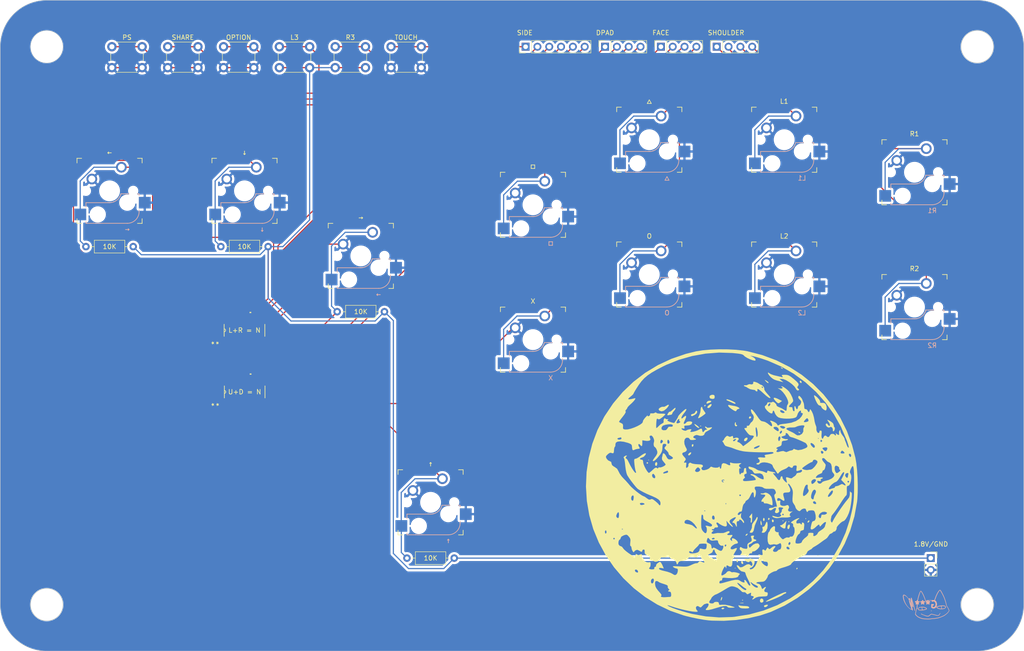
<source format=kicad_pcb>
(kicad_pcb (version 20221018) (generator pcbnew)
  (layers (0 "F.Cu" signal) (31 "B.Cu" signal) (34 "B.Paste" user) (35 "F.Paste" user) (36 "B.SilkS" user "B.Silkscreen") (37 "F.SilkS" user "F.Silkscreen") (38 "B.Mask" user) (39 "F.Mask" user) (44 "Edge.Cuts" user))
  (net 0 "")
  (net 1 "GND")
  (net 2 "/Up")
  (net 3 "/Down")
  (net 4 "/Left")
  (net 5 "/Right")
  (net 6 "/O")
  (net 7 "/X")
  (net 8 "/△")
  (net 9 "/□")
  (net 10 "/L1")
  (net 11 "/L2")
  (net 12 "/Option")
  (net 13 "/R1")
  (net 14 "/R2")
  (net 15 "/Share")
  (net 16 "/Touch")
  (net 17 "/PS")
  (net 18 "/1.8V")
  (net 19 "Net-(NeutralUD1-2B)")
  (net 20 "Net-(NeutralLR1-1A)")
  (net 21 "Net-(NeutralLR1-2B)")
  (net 22 "Net-(NeutralUD1-1A)")
  (net 23 "Net-(NeutralLR1-1Y)")
  (net 24 "Net-(NeutralLR1-3B)")
  (net 25 "Net-(NeutralUD1-1Y)")
  (net 26 "Net-(NeutralUD1-3B)")
  (net 27 "/L3")
  (net 28 "/R3")
  (footprint "footprints:Kailh_socket_MX_optional" (layer "F.Cu") (at 72.5 61)
    (fp_text reference "↓" (at 0 -8.255) (layer "F.SilkS"))
    (fp_text value "SW_DIP_x01")
    (fp_text user "${REFERENCE}" (at 3.81 8.255) (layer "B.SilkS") (effects (justify mirror)))
    (pad "" np_thru_hole circle (at -5.08 0) (size 1.7018 1.7018) (drill 1.7018) (layers "*.Cu" "*.Mask"))
    (pad "" np_thru_hole circle (at -2.54 5.08) (size 3 3) (drill 3) (layers "*.Cu" "*.Mask"))
    (pad "" np_thru_hole circle (at 0 0) (size 3.9878 3.9878) (drill 3.9878) (layers "*.Cu" "*.Mask"))
    (pad "" np_thru_hole circle (at 3.81 2.54) (size 3 3) (drill 3) (layers "*.Cu" "*.Mask"))
    (pad "" np_thru_hole circle (at 5.08 0) (size 1.7018 1.7018) (drill 1.7018) (layers "*.Cu" "*.Mask"))
    (pad "1" smd rect (at -6.29 5.08) (size 2.55 2.5) (layers "B.Cu" "B.Paste" "B.Mask") (net 19 "Net-(NeutralUD1-2B)"))
    (pad "1" thru_hole circle (at 2.54 -5.08) (size 2.286 2.286) (drill 1.4986) (layers "*.Cu" "*.Mask") (net 19 "Net-(NeutralUD1-2B)"))
    (pad "2" thru_hole circle (at -3.81 -2.54) (size 2.286 2.286) (drill 1.4986) (layers "*.Cu" "*.Mask") (net 1 "GND"))
    (pad "2" smd rect (at 7.56 2.54) (size 2.55 2.5) (layers "B.Cu" "B.Paste" "B.Mask") (net 1 "GND"))
  )
  (footprint "footprints:Kailh_socket_MX_optional" (layer "F.Cu") (at 159.5 79)
    (fp_text reference "O" (at 0 -8.255) (layer "F.SilkS"))
    (fp_text value "SW_DIP_x01")
    (fp_text user "${REFERENCE}" (at 3.81 8.255) (layer "B.SilkS") (effects (justify mirror)))
    (pad "" np_thru_hole circle (at -5.08 0) (size 1.7018 1.7018) (drill 1.7018) (layers "*.Cu" "*.Mask"))
    (pad "" np_thru_hole circle (at -2.54 5.08) (size 3 3) (drill 3) (layers "*.Cu" "*.Mask"))
    (pad "" np_thru_hole circle (at 0 0) (size 3.9878 3.9878) (drill 3.9878) (layers "*.Cu" "*.Mask"))
    (pad "" np_thru_hole circle (at 3.81 2.54) (size 3 3) (drill 3) (layers "*.Cu" "*.Mask"))
    (pad "" np_thru_hole circle (at 5.08 0) (size 1.7018 1.7018) (drill 1.7018) (layers "*.Cu" "*.Mask"))
    (pad "1" smd rect (at -6.29 5.08) (size 2.55 2.5) (layers "B.Cu" "B.Paste" "B.Mask") (net 6 "/O"))
    (pad "1" thru_hole circle (at 2.54 -5.08) (size 2.286 2.286) (drill 1.4986) (layers "*.Cu" "*.Mask") (net 6 "/O"))
    (pad "2" thru_hole circle (at -3.81 -2.54) (size 2.286 2.286) (drill 1.4986) (layers "*.Cu" "*.Mask") (net 1 "GND"))
    (pad "2" smd rect (at 7.56 2.54) (size 2.55 2.5) (layers "B.Cu" "B.Paste" "B.Mask") (net 1 "GND"))
  )
  (footprint "Button_Switch_THT:SW_PUSH_6mm_H13mm" (layer "F.Cu") (at 80 30)
    (fp_text reference "L3" (at 3.25 -2) (layer "F.SilkS"))
    (fp_text value "SW_DIP_x01")
    (pad "1" thru_hole circle (at 0 0 90) (size 2 2) (drill 1.1) (layers "*.Cu" "*.Mask") (net 27 "/L3"))
    (pad "1" thru_hole circle (at 6.5 0 90) (size 2 2) (drill 1.1) (layers "*.Cu" "*.Mask") (net 27 "/L3"))
    (pad "2" thru_hole circle (at 0 4.5 90) (size 2 2) (drill 1.1) (layers "*.Cu" "*.Mask") (net 18 "/1.8V"))
    (pad "2" thru_hole circle (at 6.5 4.5 90) (size 2 2) (drill 1.1) (layers "*.Cu" "*.Mask") (net 18 "/1.8V"))
  )
  (footprint "Button_Switch_THT:SW_PUSH_6mm_H13mm" (layer "F.Cu") (at 92 30)
    (fp_text reference "R3" (at 3.25 -2) (layer "F.SilkS"))
    (fp_text value "SW_DIP_x01")
    (pad "1" thru_hole circle (at 0 0 90) (size 2 2) (drill 1.1) (layers "*.Cu" "*.Mask") (net 28 "/R3"))
    (pad "1" thru_hole circle (at 6.5 0 90) (size 2 2) (drill 1.1) (layers "*.Cu" "*.Mask") (net 28 "/R3"))
    (pad "2" thru_hole circle (at 0 4.5 90) (size 2 2) (drill 1.1) (layers "*.Cu" "*.Mask") (net 18 "/1.8V"))
    (pad "2" thru_hole circle (at 6.5 4.5 90) (size 2 2) (drill 1.1) (layers "*.Cu" "*.Mask") (net 18 "/1.8V"))
  )
  (footprint "Connector_PinHeader_2.54mm:PinHeader_1x06_P2.54mm_Vertical" (layer "F.Cu") (at 132.92 30 90)
    (fp_text reference "SIDE" (at 3 -0.17) (layer "F.SilkS"))
    (fp_text value "Conn_01x06_Pin")
    (pad "1" thru_hole rect (at 0 0 90) (size 1.7 1.7) (drill 1) (layers "*.Cu" "*.Mask") (net 16 "/Touch"))
    (pad "2" thru_hole oval (at 0 2.54 90) (size 1.7 1.7) (drill 1) (layers "*.Cu" "*.Mask") (net 28 "/R3"))
    (pad "3" thru_hole oval (at 0 5.08 90) (size 1.7 1.7) (drill 1) (layers "*.Cu" "*.Mask") (net 27 "/L3"))
    (pad "4" thru_hole oval (at 0 7.62 90) (size 1.7 1.7) (drill 1) (layers "*.Cu" "*.Mask") (net 12 "/Option"))
    (pad "5" thru_hole oval (at 0 10.16 90) (size 1.7 1.7) (drill 1) (layers "*.Cu" "*.Mask") (net 15 "/Share"))
    (pad "6" thru_hole oval (at 0 12.7 90) (size 1.7 1.7) (drill 1) (layers "*.Cu" "*.Mask") (net 17 "/PS"))
  )
  (footprint "Button_Switch_THT:SW_PUSH_6mm_H13mm" (layer "F.Cu") (at 44 30)
    (fp_text reference "PS" (at 3.25 -2) (layer "F.SilkS"))
    (fp_text value "SW_DIP_x01")
    (pad "1" thru_hole circle (at 0 0 90) (size 2 2) (drill 1.1) (layers "*.Cu" "*.Mask") (net 17 "/PS"))
    (pad "1" thru_hole circle (at 6.5 0 90) (size 2 2) (drill 1.1) (layers "*.Cu" "*.Mask") (net 17 "/PS"))
    (pad "2" thru_hole circle (at 0 4.5 90) (size 2 2) (drill 1.1) (layers "*.Cu" "*.Mask") (net 1 "GND"))
    (pad "2" thru_hole circle (at 6.5 4.5 90) (size 2 2) (drill 1.1) (layers "*.Cu" "*.Mask") (net 1 "GND"))
  )
  (footprint "footprints:SN74LVC00ADR" (layer "F.Cu") (at 72.5374 104.25)
    (fp_text reference "U+D = N" (at 0 0 unlocked) (layer "F.SilkS"))
    (fp_text value "SN74LVC00ADR")
    (fp_text user "*" (at -6.5374 2.7178 90) (layer "F.SilkS"))
    (fp_text user "*" (at -5.5118 2.7178 90) (layer "F.SilkS"))
    (pad "1" smd rect (at -3.81 2.4638 90) (size 1.9812 0.5588) (layers "F.Cu" "F.Paste" "F.Mask") (net 22 "Net-(NeutralUD1-1A)"))
    (pad "2" smd rect (at -2.54 2.4638 90) (size 1.9812 0.5588) (layers "F.Cu" "F.Paste" "F.Mask") (net 22 "Net-(NeutralUD1-1A)"))
    (pad "3" smd rect (at -1.27 2.4638 90) (size 1.9812 0.5588) (layers "F.Cu" "F.Paste" "F.Mask") (net 25 "Net-(NeutralUD1-1Y)"))
    (pad "4" smd rect (at 0 2.4638 90) (size 1.9812 0.5588) (layers "F.Cu" "F.Paste" "F.Mask") (net 25 "Net-(NeutralUD1-1Y)"))
    (pad "5" smd rect (at 1.27 2.4638 90) (size 1.9812 0.5588) (layers "F.Cu" "F.Paste" "F.Mask") (net 19 "Net-(NeutralUD1-2B)"))
    (pad "6" smd rect (at 2.54 2.4638 90) (size 1.9812 0.5588) (layers "F.Cu" "F.Paste" "F.Mask") (net 2 "/Up"))
    (pad "7" smd rect (at 3.81 2.4638 90) (size 1.9812 0.5588) (layers "F.Cu" "F.Paste" "F.Mask") (net 1 "GND"))
    (pad "8" smd rect (at 3.81 -2.4638 90) (size 1.9812 0.5588) (layers "F.Cu" "F.Paste" "F.Mask") (net 3 "/Down"))
    (pad "9" smd rect (at 2.54 -2.4638 90) (size 1.9812 0.5588) (layers "F.Cu" "F.Paste" "F.Mask") (net 22 "Net-(NeutralUD1-1A)"))
    (pad "10" smd rect (at 1.27 -2.4638 90) (size 1.9812 0.5588) (layers "F.Cu" "F.Paste" "F.Mask") (net 26 "Net-(NeutralUD1-3B)"))
    (pad "11" smd rect (at 0 -2.4638 90) (size 1.9812 0.5588) (layers "F.Cu" "F.Paste" "F.Mask") (net 26 "Net-(NeutralUD1-3B)"))
    (pad "12" smd rect (at -1.27 -2.4638 90) (size 1.9812 0.5588) (layers "F.Cu" "F.Paste" "F.Mask") (net 19 "Net-(NeutralUD1-2B)"))
    (pad "13" smd rect (at -2.54 -2.4638 90) (size 1.9812 0.5588) (layers "F.Cu" "F.Paste" "F.Mask") (net 19 "Net-(NeutralUD1-2B)"))
    (pad "14" smd rect (at -3.81 -2.4638 90) (size 1.9812 0.5588) (layers "F.Cu" "F.Paste" "F.Mask") (net 18 "/1.8V"))
  )
  (footprint "footprints:Kailh_socket_MX_optional" (layer "F.Cu") (at 134.5 64)
    (fp_text reference "□" (at 0 -8.255) (layer "F.SilkS"))
    (fp_text value "SW_DIP_x01")
    (fp_text user "${REFERENCE}" (at 3.81 8.255) (layer "B.SilkS") (effects (justify mirror)))
    (pad "" np_thru_hole circle (at -5.08 0) (size 1.7018 1.7018) (drill 1.7018) (layers "*.Cu" "*.Mask"))
    (pad "" np_thru_hole circle (at -2.54 5.08) (size 3 3) (drill 3) (layers "*.Cu" "*.Mask"))
    (pad "" np_thru_hole circle (at 0 0) (size 3.9878 3.9878) (drill 3.9878) (layers "*.Cu" "*.Mask"))
    (pad "" np_thru_hole circle (at 3.81 2.54) (size 3 3) (drill 3) (layers "*.Cu" "*.Mask"))
    (pad "" np_thru_hole circle (at 5.08 0) (size 1.7018 1.7018) (drill 1.7018) (layers "*.Cu" "*.Mask"))
    (pad "1" smd rect (at -6.29 5.08) (size 2.55 2.5) (layers "B.Cu" "B.Paste" "B.Mask") (net 9 "/□"))
    (pad "1" thru_hole circle (at 2.54 -5.08) (size 2.286 2.286) (drill 1.4986) (layers "*.Cu" "*.Mask") (net 9 "/□"))
    (pad "2" thru_hole circle (at -3.81 -2.54) (size 2.286 2.286) (drill 1.4986) (layers "*.Cu" "*.Mask") (net 1 "GND"))
    (pad "2" smd rect (at 7.56 2.54) (size 2.55 2.5) (layers "B.Cu" "B.Paste" "B.Mask") (net 1 "GND"))
  )
  (footprint "footprints:Kailh_socket_MX_optional" (layer "F.Cu") (at 134.5 93)
    (fp_text reference "X" (at 0 -8.255) (layer "F.SilkS"))
    (fp_text value "SW_DIP_x01")
    (fp_text user "${REFERENCE}" (at 3.81 8.255) (layer "B.SilkS") (effects (justify mirror)))
    (pad "" np_thru_hole circle (at -5.08 0) (size 1.7018 1.7018) (drill 1.7018) (layers "*.Cu" "*.Mask"))
    (pad "" np_thru_hole circle (at -2.54 5.08) (size 3 3) (drill 3) (layers "*.Cu" "*.Mask"))
    (pad "" np_thru_hole circle (at 0 0) (size 3.9878 3.9878) (drill 3.9878) (layers "*.Cu" "*.Mask"))
    (pad "" np_thru_hole circle (at 3.81 2.54) (size 3 3) (drill 3) (layers "*.Cu" "*.Mask"))
    (pad "" np_thru_hole circle (at 5.08 0) (size 1.7018 1.7018) (drill 1.7018) (layers "*.Cu" "*.Mask"))
    (pad "1" smd rect (at -6.29 5.08) (size 2.55 2.5) (layers "B.Cu" "B.Paste" "B.Mask") (net 7 "/X"))
    (pad "1" thru_hole circle (at 2.54 -5.08) (size 2.286 2.286) (drill 1.4986) (layers "*.Cu" "*.Mask") (net 7 "/X"))
    (pad "2" thru_hole circle (at -3.81 -2.54) (size 2.286 2.286) (drill 1.4986) (layers "*.Cu" "*.Mask") (net 1 "GND"))
    (pad "2" smd rect (at 7.56 2.54) (size 2.55 2.5) (layers "B.Cu" "B.Paste" "B.Mask") (net 1 "GND"))
  )
  (footprint "footprints:Kailh_socket_MX_optional" (layer "F.Cu") (at 43.5 61)
    (fp_text reference "←" (at 0 -8.255) (layer "F.SilkS"))
    (fp_text value "SW_DIP_x01")
    (fp_text user "${REFERENCE}" (at 3.81 8.255) (layer "B.SilkS") (effects (justify mirror)))
    (pad "" np_thru_hole circle (at -5.08 0) (size 1.7018 1.7018) (drill 1.7018) (layers "*.Cu" "*.Mask"))
    (pad "" np_thru_hole circle (at -2.54 5.08) (size 3 3) (drill 3) (layers "*.Cu" "*.Mask"))
    (pad "" np_thru_hole circle (at 0 0) (size 3.9878 3.9878) (drill 3.9878) (layers "*.Cu" "*.Mask"))
    (pad "" np_thru_hole circle (at 3.81 2.54) (size 3 3) (drill 3) (layers "*.Cu" "*.Mask"))
    (pad "" np_thru_hole circle (at 5.08 0) (size 1.7018 1.7018) (drill 1.7018) (layers "*.Cu" "*.Mask"))
    (pad "1" smd rect (at -6.29 5.08) (size 2.55 2.5) (layers "B.Cu" "B.Paste" "B.Mask") (net 20 "Net-(NeutralLR1-1A)"))
    (pad "1" thru_hole circle (at 2.54 -5.08) (size 2.286 2.286) (drill 1.4986) (layers "*.Cu" "*.Mask") (net 20 "Net-(NeutralLR1-1A)"))
    (pad "2" thru_hole circle (at -3.81 -2.54) (size 2.286 2.286) (drill 1.4986) (layers "*.Cu" "*.Mask") (net 1 "GND"))
    (pad "2" smd rect (at 7.56 2.54) (size 2.55 2.5) (layers "B.Cu" "B.Paste" "B.Mask") (net 1 "GND"))
  )
  (footprint "Connector_PinSocket_2.54mm:PinSocket_1x04_P2.54mm_Vertical" (layer "F.Cu") (at 174 30 90)
    (fp_text reference "SHOULDER" (at 3 2) (layer "F.SilkS"))
    (fp_text value "Conn_01x04_Pin")
    (pad "1" thru_hole rect (at 0 0 90) (size 1.7 1.7) (drill 1) (layers "*.Cu" "*.Mask") (net 11 "/L2"))
    (pad "2" thru_hole oval (at 0 2.54 90) (size 1.7 1.7) (drill 1) (layers "*.Cu" "*.Mask") (net 10 "/L1"))
    (pad "3" thru_hole oval (at 0 5.08 90) (size 1.7 1.7) (drill 1) (layers "*.Cu" "*.Mask") (net 14 "/R2"))
    (pad "4" thru_hole oval (at 0 7.62 90) (size 1.7 1.7) (drill 1) (layers "*.Cu" "*.Mask") (net 13 "/R1"))
  )
  (footprint "footprints:Kailh_socket_MX_optional" (layer "F.Cu") (at 188.5 79)
    (fp_text reference "L2" (at 0 -8.255) (layer "F.SilkS"))
    (fp_text value "SW_DIP_x01")
    (fp_text user "${REFERENCE}" (at 3.81 8.255) (layer "B.SilkS") (effects (justify mirror)))
    (pad "" np_thru_hole circle (at -5.08 0) (size 1.7018 1.7018) (drill 1.7018) (layers "*.Cu" "*.Mask"))
    (pad "" np_thru_hole circle (at -2.54 5.08) (size 3 3) (drill 3) (layers "*.Cu" "*.Mask"))
    (pad "" np_thru_hole circle (at 0 0) (size 3.9878 3.9878) (drill 3.9878) (layers "*.Cu" "*.Mask"))
    (pad "" np_thru_hole circle (at 3.81 2.54) (size 3 3) (drill 3) (layers "*.Cu" "*.Mask"))
    (pad "" np_thru_hole circle (at 5.08 0) (size 1.7018 1.7018) (drill 1.7018) (layers "*.Cu" "*.Mask"))
    (pad "1" smd rect (at -6.29 5.08) (size 2.55 2.5) (layers "B.Cu" "B.Paste" "B.Mask") (net 11 "/L2"))
    (pad "1" thru_hole circle (at 2.54 -5.08) (size 2.286 2.286) (drill 1.4986) (layers "*.Cu" "*.Mask") (net 11 "/L2"))
    (pad "2" thru_hole circle (at -3.81 -2.54) (size 2.286 2.286) (drill 1.4986) (layers "*.Cu" "*.Mask") (net 1 "GND"))
    (pad "2" smd rect (at 7.56 2.54) (size 2.55 2.5) (layers "B.Cu" "B.Paste" "B.Mask") (net 1 "GND"))
  )
  (footprint "Button_Switch_THT:SW_PUSH_6mm_H13mm" (layer "F.Cu") (at 104 30)
    (fp_text reference "TOUCH" (at 3.25 -2) (layer "F.SilkS"))
    (fp_text value "SW_DIP_x01")
    (pad "1" thru_hole circle (at 0 0 90) (size 2 2) (drill 1.1) (layers "*.Cu" "*.Mask") (net 16 "/Touch"))
    (pad "1" thru_hole circle (at 6.5 0 90) (size 2 2) (drill 1.1) (layers "*.Cu" "*.Mask") (net 16 "/Touch"))
    (pad "2" thru_hole circle (at 0 4.5 90) (size 2 2) (drill 1.1) (layers "*.Cu" "*.Mask") (net 1 "GND"))
    (pad "2" thru_hole circle (at 6.5 4.5 90) (size 2 2) (drill 1.1) (layers "*.Cu" "*.Mask") (net 1 "GND"))
  )
  (footprint "footprints:Kailh_socket_MX_optional" (layer "F.Cu") (at 112.5 128)
    (fp_text reference "↑" (at 0 -8.255) (layer "F.SilkS"))
    (fp_text value "SW_DIP_x01")
    (fp_text user "${REFERENCE}" (at 3.81 8.255) (layer "B.SilkS") (effects (justify mirror)))
    (pad "" np_thru_hole circle (at -5.08 0) (size 1.7018 1.7018) (drill 1.7018) (layers "*.Cu" "*.Mask"))
    (pad "" np_thru_hole circle (at -2.54 5.08) (size 3 3) (drill 3) (layers "*.Cu" "*.Mask"))
    (pad "" np_thru_hole circle (at 0 0) (size 3.9878 3.9878) (drill 3.9878) (layers "*.Cu" "*.Mask"))
    (pad "" np_thru_hole circle (at 3.81 2.54) (size 3 3) (drill 3) (layers "*.Cu" "*.Mask"))
    (pad "" np_thru_hole circle (at 5.08 0) (size 1.7018 1.7018) (drill 1.7018) (layers "*.Cu" "*.Mask"))
    (pad "1" smd rect (at -6.29 5.08) (size 2.55 2.5) (layers "B.Cu" "B.Paste" "B.Mask") (net 22 "Net-(NeutralUD1-1A)"))
    (pad "1" thru_hole circle (at 2.54 -5.08) (size 2.286 2.286) (drill 1.4986) (layers "*.Cu" "*.Mask") (net 22 "Net-(NeutralUD1-1A)"))
    (pad "2" thru_hole circle (at -3.81 -2.54) (size 2.286 2.286) (drill 1.4986) (layers "*.Cu" "*.Mask") (net 1 "GND"))
    (pad "2" smd rect (at 7.56 2.54) (size 2.55 2.5) (layers "B.Cu" "B.Paste" "B.Mask") (net 1 "GND"))
  )
  (footprint "footprints:Kailh_socket_MX_optional" (layer "F.Cu") (at 97.5 75)
    (fp_text reference "→" (at 0 -8.255) (layer "F.SilkS"))
    (fp_text value "SW_DIP_x01")
    (fp_text user "${REFERENCE}" (at 3.81 8.255) (layer "B.SilkS") (effects (justify mirror)))
    (pad "" np_thru_hole circle (at -5.08 0) (size 1.7018 1.7018) (drill 1.7018) (layers "*.Cu" "*.Mask"))
    (pad "" np_thru_hole circle (at -2.54 5.08) (size 3 3) (drill 3) (layers "*.Cu" "*.Mask"))
    (pad "" np_thru_hole circle (at 0 0) (size 3.9878 3.9878) (drill 3.9878) (layers "*.Cu" "*.Mask"))
    (pad "" np_thru_hole circle (at 3.81 2.54) (size 3 3) (drill 3) (layers "*.Cu" "*.Mask"))
    (pad "" np_thru_hole circle (at 5.08 0) (size 1.7018 1.7018) (drill 1.7018) (layers "*.Cu" "*.Mask"))
    (pad "1" smd rect (at -6.29 5.08) (size 2.55 2.5) (layers "B.Cu" "B.Paste" "B.Mask") (net 21 "Net-(NeutralLR1-2B)"))
    (pad "1" thru_hole circle (at 2.54 -5.08) (size 2.286 2.286) (drill 1.4986) (layers "*.Cu" "*.Mask") (net 21 "Net-(NeutralLR1-2B)"))
    (pad "2" thru_hole circle (at -3.81 -2.54) (size 2.286 2.286) (drill 1.4986) (layers "*.Cu" "*.Mask") (net 1 "GND"))
    (pad "2" smd rect (at 7.56 2.54) (size 2.55 2.5) (layers "B.Cu" "B.Paste" "B.Mask") (net 1 "GND"))
  )
  (footprint "footprints:Kailh_socket_MX_optional" (layer "F.Cu") (at 216.5 57)
    (fp_text reference "R1" (at 0 -8.255) (layer "F.SilkS"))
    (fp_text value "SW_DIP_x01")
    (fp_text user "${REFERENCE}" (at 3.81 8.255) (layer "B.SilkS") (effects (justify mirror)))
    (pad "" np_thru_hole circle (at -5.08 0) (size 1.7018 1.7018) (drill 1.7018) (layers "*.Cu" "*.Mask"))
    (pad "" np_thru_hole circle (at -2.54 5.08) (size 3 3) (drill 3) (layers "*.Cu" "*.Mask"))
    (pad "" np_thru_hole circle (at 0 0) (size 3.9878 3.9878) (drill 3.9878) (layers "*.Cu" "*.Mask"))
    (pad "" np_thru_hole circle (at 3.81 2.54) (size 3 3) (drill 3) (layers "*.Cu" "*.Mask"))
    (pad "" np_thru_hole circle (at 5.08 0) (size 1.7018 1.7018) (drill 1.7018) (layers "*.Cu" "*.Mask"))
    (pad "1" smd rect (at -6.29 5.08) (size 2.55 2.5) (layers "B.Cu" "B.Paste" "B.Mask") (net 13 "/R1"))
    (pad "1" thru_hole circle (at 2.54 -5.08) (size 2.286 2.286) (drill 1.4986) (layers "*.Cu" "*.Mask") (net 13 "/R1"))
    (pad "2" thru_hole circle (at -3.81 -2.54) (size 2.286 2.286) (drill 1.4986) (layers "*.Cu" "*.Mask") (net 1 "GND"))
    (pad "2" smd rect (at 7.56 2.54) (size 2.55 2.5) (layers "B.Cu" "B.Paste" "B.Mask") (net 1 "GND"))
  )
  (footprint "Button_Switch_THT:SW_PUSH_6mm_H13mm" (layer "F.Cu") (at 68 30)
    (fp_text reference "OPTION" (at 3.25 -2) (layer "F.SilkS"))
    (fp_text value "SW_DIP_x01")
    (pad "1" thru_hole circle (at 0 0 90) (size 2 2) (drill 1.1) (layers "*.Cu" "*.Mask") (net 12 "/Option"))
    (pad "1" thru_hole circle (at 6.5 0 90) (size 2 2) (drill 1.1) (layers "*.Cu" "*.Mask") (net 12 "/Option"))
    (pad "2" thru_hole circle (at 0 4.5 90) (size 2 2) (drill 1.1) (layers "*.Cu" "*.Mask") (net 1 "GND"))
    (pad "2" thru_hole circle (at 6.5 4.5 90) (size 2 2) (drill 1.1) (layers "*.Cu" "*.Mask") (net 1 "GND"))
  )
  (footprint "footprints:Kailh_socket_MX_optional" (layer "F.Cu") (at 188.5 50)
    (fp_text reference "L1" (at 0 -8.255) (layer "F.SilkS"))
    (fp_text value "SW_DIP_x01")
    (fp_text user "${REFERENCE}" (at 3.81 8.255) (layer "B.SilkS") (effects (justify mirror)))
    (pad "" np_thru_hole circle (at -5.08 0) (size 1.7018 1.7018) (drill 1.7018) (layers "*.Cu" "*.Mask"))
    (pad "" np_thru_hole circle (at -2.54 5.08) (size 3 3) (drill 3) (layers "*.Cu" "*.Mask"))
    (pad "" np_thru_hole circle (at 0 0) (size 3.9878 3.9878) (drill 3.9878) (layers "*.Cu" "*.Mask"))
    (pad "" np_thru_hole circle (at 3.81 2.54) (size 3 3) (drill 3) (layers "*.Cu" "*.Mask"))
    (pad "" np_thru_hole circle (at 5.08 0) (size 1.7018 1.7018) (drill 1.7018) (layers "*.Cu" "*.Mask"))
    (pad "1" smd rect (at -6.29 5.08) (size 2.55 2.5) (layers "B.Cu" "B.Paste" "B.Mask") (net 10 "/L1"))
    (pad "1" thru_hole circle (at 2.54 -5.08) (size 2.286 2.286) (drill 1.4986) (layers "*.Cu" "*.Mask") (net 10 "/L1"))
    (pad "2" thru_hole circle (at -3.81 -2.54) (size 2.286 2.286) (drill 1.4986) (layers "*.Cu" "*.Mask") (net 1 "GND"))
    (pad "2" smd rect (at 7.56 2.54) (size 2.55 2.5) (layers "B.Cu" "B.Paste" "B.Mask") (net 1 "GND"))
  )
  (footprint "footprints:Kailh_socket_MX_optional" (layer "F.Cu") (at 159.5 50)
    (fp_text reference "△" (at 0 -8.255) (layer "F.SilkS"))
    (fp_text value "SW_DIP_x01")
    (fp_text user "${REFERENCE}" (at 3.81 8.255) (layer "B.SilkS") (effects (justify mirror)))
    (pad "" np_thru_hole circle (at -5.08 0) (size 1.7018 1.7018) (drill 1.7018) (layers "*.Cu" "*.Mask"))
    (pad "" np_thru_hole circle (at -2.54 5.08) (size 3 3) (drill 3) (layers "*.Cu" "*.Mask"))
    (pad "" np_thru_hole circle (at 0 0) (size 3.9878 3.9878) (drill 3.9878) (layers "*.Cu" "*.Mask"))
    (pad "" np_thru_hole circle (at 3.81 2.54) (size 3 3) (drill 3) (layers "*.Cu" "*.Mask"))
    (pad "" np_thru_hole circle (at 5.08 0) (size 1.7018 1.7018) (drill 1.7018) (layers "*.Cu" "*.Mask"))
    (pad "1" smd rect (at -6.29 5.08) (size 2.55 2.5) (layers "B.Cu" "B.Paste" "B.Mask") (net 8 "/△"))
    (pad "1" thru_hole circle (at 2.54 -5.08) (size 2.286 2.286) (drill 1.4986) (layers "*.Cu" "*.Mask") (net 8 "/△"))
    (pad "2" thru_hole circle (at -3.81 -2.54) (size 2.286 2.286) (drill 1.4986) (layers "*.Cu" "*.Mask") (net 1 "GND"))
    (pad "2" smd rect (at 7.56 2.54) (size 2.55 2.5) (layers "B.Cu" "B.Paste" "B.Mask") (net 1 "GND"))
  )
  (footprint "footprints:Kailh_socket_MX_optional" (layer "F.Cu") (at 216.5 86)
    (fp_text reference "R2" (at 0 -8.255) (layer "F.SilkS"))
    (fp_text value "SW_DIP_x01")
    (fp_text user "${REFERENCE}" (at 3.81 8.255) (layer "B.SilkS") (effects (justify mirror)))
    (pad "" np_thru_hole circle (at -5.08 0) (size 1.7018 1.7018) (drill 1.7018) (layers "*.Cu" "*.Mask"))
    (pad "" np_thru_hole circle (at -2.54 5.08) (size 3 3) (drill 3) (layers "*.Cu" "*.Mask"))
    (pad "" np_thru_hole circle (at 0 0) (size 3.9878 3.9878) (drill 3.9878) (layers "*.Cu" "*.Mask"))
    (pad "" np_thru_hole circle (at 3.81 2.54) (size 3 3) (drill 3) (layers "*.Cu" "*.Mask"))
    (pad "" np_thru_hole circle (at 5.08 0) (size 1.7018 1.7018) (drill 1.7018) (layers "*.Cu" "*.Mask"))
    (pad "1" smd rect (at -6.29 5.08) (size 2.55 2.5) (layers "B.Cu" "B.Paste" "B.Mask") (net 14 "/R2"))
    (pad "1" thru_hole circle (at 2.54 -5.08) (size 2.286 2.286) (drill 1.4986) (layers "*.Cu" "*.Mask") (net 14 "/R2"))
    (pad "2" thru_hole circle (at -3.81 -2.54) (size 2.286 2.286) (drill 1.4986) (layers "*.Cu" "*.Mask") (net 1 "GND"))
    (pad "2" smd rect (at 7.56 2.54) (size 2.55 2.5) (layers "B.Cu" "B.Paste" "B.Mask") (net 1 "GND"))
  )
  (footprint "Connector_PinSocket_2.54mm:PinSocket_1x04_P2.54mm_Vertical" (layer "F.Cu") (at 162 30 90)
    (fp_text reference "FACE" (at 3 0) (layer "F.SilkS"))
    (fp_text value "Conn_01x04_Pin")
    (pad "1" thru_hole rect (at 0 0 90) (size 1.7 1.7) (drill 1) (layers "*.Cu" "*.Mask") (net 9 "/□"))
    (pad "2" thru_hole oval (at 0 2.54 90) (size 1.7 1.7) (drill 1) (layers "*.Cu" "*.Mask") (net 7 "/X"))
    (pad "3" thru_hole oval (at 0 5.08 90) (size 1.7 1.7) (drill 1) (layers "*.Cu" "*.Mask") (net 8 "/△"))
    (pad "4" thru_hole oval (at 0 7.62 90) (size 1.7 1.7) (drill 1) (layers "*.Cu" "*.Mask") (net 6 "/O"))
  )
  (footprint "Resistor_THT:R_Axial_DIN0207_L6.3mm_D2.5mm_P10.16mm_Horizontal" (layer "F.Cu") (at 117.58 140 180)
    (fp_text reference "10K" (at 5.08 0) (layer "F.SilkS"))
    (fp_text value "R")
    (pad "1" thru_hole circle (at 0 0 180) (size 1.6 1.6) (drill 0.8) (layers "*.Cu" "*.Mask") (net 18 "/1.8V"))
    (pad "2" thru_hole oval (at 10.16 0 180) (size 1.6 1.6) (drill 0.8) (layers "*.Cu" "*.Mask") (net 22 "Net-(NeutralUD1-1A)"))
  )
  (footprint "Resistor_THT:R_Axial_DIN0207_L6.3mm_D2.5mm_P10.16mm_Horizontal" (layer "F.Cu") (at 48.58 73 180)
    (fp_text reference "10K" (at 5.08 0) (layer "F.SilkS"))
    (fp_text value "R")
    (pad "1" thru_hole circle (at 0 0 180) (size 1.6 1.6) (drill 0.8) (layers "*.Cu" "*.Mask") (net 18 "/1.8V"))
    (pad "2" thru_hole oval (at 10.16 0 180) (size 1.6 1.6) (drill 0.8) (layers "*.Cu" "*.Mask") (net 20 "Net-(NeutralLR1-1A)"))
  )
  (footprint "footprints:SN74LVC00ADR" (layer "F.Cu") (at 72.5 91)
    (fp_text reference "L+R = N" (at 0 0 unlocked) (layer "F.SilkS"))
    (fp_text value "SN74LVC00ADR")
    (fp_text user "*" (at -6.5 2.7178 90 unlocked) (layer "F.SilkS"))
    (fp_text user "*" (at -5.5118 2.7178 90) (layer "F.SilkS"))
    (pad "1" smd rect (at -3.81 2.4638 90) (size 1.9812 0.5588) (layers "F.Cu" "F.Paste" "F.Mask") (net 20 "Net-(NeutralLR1-1A)"))
    (pad "2" smd rect (at -2.54 2.4638 90) (size 1.9812 0.5588) (layers "F.Cu" "F.Paste" "F.Mask") (net 20 "Net-(NeutralLR1-1A)"))
    (pad "3" smd rect (at -1.27 2.4638 90) (size 1.9812 0.5588) (layers "F.Cu" "F.Paste" "F.Mask") (net 23 "Net-(NeutralLR1-1Y)"))
    (pad "4" smd rect (at 0 2.4638 90) (size 1.9812 0.5588) (layers "F.Cu" "F.Paste" "F.Mask") (net 23 "Net-(NeutralLR1-1Y)"))
    (pad "5" smd rect (at 1.27 2.4638 90) (size 1.9812 0.5588) (layers "F.Cu" "F.Paste" "F.Mask") (net 21 "Net-(NeutralLR1-2B)"))
    (pad "6" smd rect (at 2.54 2.4638 90) (size 1.9812 0.5588) (layers "F.Cu" "F.Paste" "F.Mask") (net 4 "/Left"))
    (pad "7" smd rect (at 3.81 2.4638 90) (size 1.9812 0.5588) (layers "F.Cu" "F.Paste" "F.Mask") (net 1 "GND"))
    (pad "8" smd rect (at 3.81 -2.4638 90) (size 1.9812 0.5588) (layers "F.Cu" "F.Paste" "F.Mask") (net 5 "/Right"))
    (pad "9" smd rect (at 2.54 -2.4638 90) (size 1.9812 0.5588) (layers "F.Cu" "F.Paste" "F.Mask") (net 20 "Net-(NeutralLR1-1A)"))
    (pad "10" smd rect (at 1.27 -2.4638 90) (size 1.9812 0.5588) (layers "F.Cu" "F.Paste" "F.Mask") (net 24 "Net-(NeutralLR1-3B)"))
    (pad "11" smd rect (at 0 -2.4638 90) (size 1.9812 0.5588) (layers "F.Cu" "F.Paste" "F.Mask") (net 24 "Net-(NeutralLR1-3B)"))
    (pad "12" smd rect (at -1.27 -2.4638 90) (size 1.9812 0.5588) (layers "F.Cu" "F.Paste" "F.Mask") (net 21 "Net-(NeutralLR1-2B)"))
    (pad "13" smd rect (at -2.54 -2.4638 90) (size 1.9812 0.5588) (layers "F.Cu" "F.Paste" "F.Mask") (net 21 "Net-(NeutralLR1-2B)"))
    (pad "14" smd rect (at -3.81 -2.4638 90) (size 1.9812 0.5588) (layers "F.Cu" "F.Paste" "F.Mask") (net 18 "/1.8V"))
  )
  (footprint "Resistor_THT:R_Axial_DIN0207_L6.3mm_D2.5mm_P10.16mm_Horizontal" (layer "F.Cu") (at 92.42 87)
    (fp_text reference "10K" (at 5.08 0) (layer "F.SilkS"))
    (fp_text value "R")
    (pad "1" thru_hole circle (at 0 0) (size 1.6 1.6) (drill 0.8) (layers "*.Cu" "*.Mask") (net 21 "Net-(NeutralLR1-2B)"))
    (pad "2" thru_hole oval (at 10.16 0) (size 1.6 1.6) (drill 0.8) (layers "*.Cu" "*.Mask") (net 18 "/1.8V"))
  )
  (footprint "Connector_PinSocket_2.54mm:PinSocket_1x02_P2.54mm_Vertical" (layer "F.Cu") (at 220 140)
    (fp_text reference "1.8V/GND" (at 0.04 -3) (layer "F.SilkS"))
    (fp_text value "Battery")
    (pad "1" thru_hole rect (at 0 0) (size 1.7 1.7) (drill 1) (layers "*.Cu" "*.Mask") (net 18 "/1.8V"))
    (pad "2" thru_hole oval (at 0 2.54) (size 1.7 1.7) (drill 1) (layers "*.Cu" "*.Mask") (net 1 "GND"))
  )
  (footprint "Connector_PinSocket_2.54mm:PinSocket_1x04_P2.54mm_Vertical" (layer "F.Cu") (at 150 30 90)
    (fp_text reference "DPAD" (at 3 0) (layer "F.SilkS"))
    (fp_text value "Conn_01x04_Pin")
    (pad "1" thru_hole rect (at 0 0 90) (size 1.7 1.7) (drill 1) (layers "*.Cu" "*.Mask") (net 5 "/Right"))
    (pad "2" thru_hole oval (at 0 2.54 90) (size 1.7 1.7) (drill 1) (layers "*.Cu" "*.Mask") (net 4 "/Left"))
    (pad "3" thru_hole oval (at 0 5.08 90) (size 1.7 1.7) (drill 1) (layers "*.Cu" "*.Mask") (net 3 "/Down"))
    (pad "4" thru_hole oval (at 0 7.62 90) (size 1.7 1.7) (drill 1) (layers "*.Cu" "*.Mask") (net 2 "/Up"))
  )
  (footprint "Resistor_THT:R_Axial_DIN0207_L6.3mm_D2.5mm_P10.16mm_Horizontal" (layer "F.Cu") (at 67.42 73)
    (fp_text reference "10K" (at 5.08 0) (layer "F.SilkS"))
    (fp_text value "R")
    (pad "1" thru_hole circle (at 0 0) (size 1.6 1.6) (drill 0.8) (layers "*.Cu" "*.Mask") (net 19 "Net-(NeutralUD1-2B)"))
    (pad "2" thru_hole oval (at 10.16 0) (size 1.6 1.6) (drill 0.8) (layers "*.Cu" "*.Mask") (net 18 "/1.8V"))
  )
  (footprint "LOGO" (layer "F.Cu") (at 175 124)
    (fp_text reference "G***" (at 0 0) (layer "F.SilkS") (effects (font (size 1.5 1.5) (thickness 0.3))))
    (fp_text value "LOGO" hide)
  )
  (footprint "Button_Switch_THT:SW_PUSH_6mm_H13mm" (layer "F.Cu") (at 56 30)
    (fp_text reference "SHARE" (at 3.25 -2) (layer "F.SilkS"))
    (fp_text value "SW_DIP_x01")
    (pad "1" thru_hole circle (at 0 0 90) (size 2 2) (drill 1.1) (layers "*.Cu" "*.Mask") (net 15 "/Share"))
    (pad "1" thru_hole circle (at 6.5 0 90) (size 2 2) (drill 1.1) (layers "*.Cu" "*.Mask") (net 15 "/Share"))
    (pad "2" thru_hole circle (at 0 4.5 90) (size 2 2) (drill 1.1) (layers "*.Cu" "*.Mask") (net 1 "GND"))
    (pad "2" thru_hole circle (at 6.5 4.5 90) (size 2 2) (drill 1.1) (layers "*.Cu" "*.Mask") (net 1 "GND"))
  )
  (footprint "LOGO" (layer "B.Cu") (at 219 150 180)
    (fp_text reference "G***" (at 0 0) (layer "B.SilkS") (effects (font (size 1.5 1.5) (thickness 0.3)) (justify mirror)))
    (fp_text value "LOGO" hide)
  )
  (gr_circle (center 230 30) (end 233.5 30) (stroke (width 0.15)) (fill none) (layer "Edge.Cuts"))
  (gr_circle (center 30 150) (end 26.5 150) (stroke (width 0.15)) (fill none) (layer "Edge.Cuts"))
  (gr_arc (start 30 160) (mid 22.928932 157.071068) (end 20 150) (stroke (width 0.1)) (layer "Edge.Cuts"))
  (gr_arc (start 230 20) (mid 237.071068 22.928932) (end 240 30) (stroke (width 0.1)) (layer "Edge.Cuts"))
  (gr_line (start 230 20) (end 30 20) (stroke (width 0.1)) (layer "Edge.Cuts"))
  (gr_circle (center 230 150) (end 233.5 150) (stroke (width 0.15)) (fill none) (layer "Edge.Cuts"))
  (gr_line (start 20 30) (end 20 150) (stroke (width 0.1)) (layer "Edge.Cuts"))
  (gr_line (start 240 150) (end 240 30) (stroke (width 0.1)) (layer "Edge.Cuts"))
  (gr_arc (start 20 30) (mid 22.928932 22.928932) (end 30 20) (stroke (width 0.1)) (layer "Edge.Cuts"))
  (gr_circle (center 30 30) (end 33.5 30) (stroke (width 0.1)) (fill none) (layer "Edge.Cuts"))
  (gr_arc (start 240 150) (mid 237.071068 157.071068) (end 230 160) (stroke (width 0.1)) (layer "Edge.Cuts"))
  (gr_line (start 30 160) (end 230 160) (stroke (width 0.1)) (layer "Edge.Cuts"))
  (segment (start 76.3836 106.75) (end 113.936316 106.75) (width 0.25) (layer "F.Cu") (net 1))
  (segment (start 81.75 74) (end 83.29 72.46) (width 0.25) (layer "F.Cu") (net 1))
  (segment (start 68 34.5) (end 74.5 34.5) (width 0.25) (layer "F.Cu") (net 1))
  (segment (start 81.75 86.5) (end 81.75 74) (width 0.25) (layer "F.Cu") (net 1))
  (segment (start 83.29 72.46) (end 93.69 72.46) (width 0.25) (layer "F.Cu") (net 1))
  (segment (start 44 34.5) (end 50.5 34.5) (width 0.25) (layer "F.Cu") (net 1))
  (segment (start 76.3474 106.7138) (end 76.3836 106.75) (width 0.25) (layer "F.Cu") (net 1))
  (segment (start 130.226316 90.46) (end 130.69 90.46) (width 0.25) (layer "F.Cu") (net 1))
  (segment (start 76.31 93.4638) (end 76.31 91.94) (width 0.25) (layer "F.Cu") (net 1))
  (segment (start 113.936316 106.75) (end 130.226316 90.46) (width 0.25) (layer "F.Cu") (net 1))
  (segment (start 56 34.5) (end 62.5 34.5) (width 0.25) (layer "F.Cu") (net 1))
  (segment (start 76.31 91.94) (end 81.75 86.5) (width 0.25) (layer "F.Cu") (net 1))
  (segment (start 157.25 30) (end 157.62 30) (width 0.25) (layer "F.Cu") (net 2))
  (segment (start 82.2974 104.9526) (end 157.25 30) (width 0.25) (layer "F.Cu") (net 2))
  (segment (start 76.161004 104.9526) (end 82.2974 104.9526) (width 0.25) (layer "F.Cu") (net 2))
  (segment (start 75.0774 106.7138) (end 75.0774 106.036204) (width 0.25) (layer "F.Cu") (net 2))
  (segment (start 75.0774 106.036204) (end 76.161004 104.9526) (width 0.25) (layer "F.Cu") (net 2))
  (segment (start 155 30) (end 155.08 30) (width 0.25) (layer "F.Cu") (net 3))
  (segment (start 76.3474 101.7862) (end 83.2138 101.7862) (width 0.25) (layer "F.Cu") (net 3))
  (segment (start 83.2138 101.7862) (end 155 30) (width 0.25) (layer "F.Cu") (net 3))
  (segment (start 75.04 93.4638) (end 75.04 91.71) (width 0.25) (layer "F.Cu") (net 4))
  (segment (start 80.75 73.75) (end 109.5 45) (width 0.25) (layer "F.Cu") (net 4))
  (segment (start 80.75 86) (end 80.75 73.75) (width 0.25) (layer "F.Cu") (net 4))
  (segment (start 109.5 45) (end 137.54 45) (width 0.25) (layer "F.Cu") (net 4))
  (segment (start 75.04 91.71) (end 80.75 86) (width 0.25) (layer "F.Cu") (net 4))
  (segment (start 137.54 45) (end 152.54 30) (width 0.25) (layer "F.Cu") (net 4))
  (segment (start 79.7 72.8) (end 108.75 43.75) (width 0.25) (layer "F.Cu") (net 5))
  (segment (start 136.25 43.75) (end 150 30) (width 0.25) (layer "F.Cu") (net 5))
  (segment (start 108.75 43.75) (end 136.25 43.75) (width 0.25) (layer "F.Cu") (net 5))
  (segment (start 79.7 84.55) (end 79.7 72.8) (width 0.25) (layer "F.Cu") (net 5))
  (segment (start 76.31 88.5362) (end 76.31 87.94) (width 0.25) (layer "F.Cu") (net 5))
  (segment (start 76.31 87.94) (end 79.7 84.55) (width 0.25) (layer "F.Cu") (net 5))
  (segment (start 162.04 73.92) (end 166 69.96) (width 0.25) (layer "F.Cu") (net 6))
  (segment (start 166 69.96) (end 166 33.62) (width 0.25) (layer "F.Cu") (net 6))
  (segment (start 166 33.62) (end 169.62 30) (width 0.25) (layer "F.Cu") (net 6))
  (segment (start 153.21 84.08) (end 153.1941 84.0641) (width 0.25) (layer "B.Cu") (net 6))
  (segment (start 153.1941 76.8059) (end 156.08 73.92) (width 0.25) (layer "B.Cu") (net 6))
  (segment (start 156.08 73.92) (end 162.04 73.92) (width 0.25) (layer "B.Cu") (net 6))
  (segment (start 153.1941 84.0641) (end 153.1941 76.8059) (width 0.25) (layer "B.Cu") (net 6))
  (segment (start 137.04 87.92) (end 144 80.96) (width 0.25) (layer "F.Cu") (net 7))
  (segment (start 164.54 30) (end 144.04 50.5) (width 0.25) (layer "F.Cu") (net 7))
  (segment (start 144.04 50.5) (end 144 50.5) (width 0.25) (layer "F.Cu") (net 7))
  (segment (start 144 80.96) (end 144 50.5) (width 0.25) (layer "F.Cu") (net 7))
  (segment (start 128.1941 90.8059) (end 131.08 87.92) (width 0.25) (layer "B.Cu") (net 7))
  (segment (start 128.1941 98.0641) (end 128.1941 90.8059) (width 0.25) (layer "B.Cu") (net 7))
  (segment (start 128.21 98.08) (end 128.1941 98.0641) (width 0.25) (layer "B.Cu") (net 7))
  (segment (start 131.08 87.92) (end 137.04 87.92) (width 0.25) (layer "B.Cu") (net 7))
  (segment (start 164 42.96) (end 164 32.75) (width 0.25) (layer "F.Cu") (net 8))
  (segment (start 162.04 44.92) (end 164 42.96) (width 0.25) (layer "F.Cu") (net 8))
  (segment (start 166.75 30) (end 167.08 30) (width 0.25) (layer "F.Cu") (net 8))
  (segment (start 164 32.75) (end 166.75 30) (width 0.25) (layer "F.Cu") (net 8))
  (segment (start 153.1941 47.879834) (end 156.153934 44.92) (width 0.25) (layer "B.Cu") (net 8))
  (segment (start 156.153934 44.92) (end 162.04 44.92) (width 0.25) (layer "B.Cu") (net 8))
  (segment (start 153.21 55.08) (end 153.1941 55.0641) (width 0.25) (layer "B.Cu") (net 8))
  (segment (start 153.1941 55.0641) (end 153.1941 47.879834) (width 0.25) (layer "B.Cu") (net 8))
  (segment (start 137.04 58.92) (end 137.04 54.96) (width 0.25) (layer "F.Cu") (net 9))
  (segment (start 137.04 54.96) (end 162 30) (width 0.25) (layer "F.Cu") (net 9))
  (segment (start 131.153934 58.92) (end 137.04 58.92) (width 0.25) (layer "B.Cu") (net 9))
  (segment (start 128.1941 61.879834) (end 131.153934 58.92) (width 0.25) (layer "B.Cu") (net 9))
  (segment (start 128.21 69.08) (end 128.1941 69.0641) (width 0.25) (layer "B.Cu") (net 9))
  (segment (start 128.1941 69.0641) (end 128.1941 61.879834) (width 0.25) (layer "B.Cu") (net 9))
  (segment (start 176.54 30.42) (end 176.54 30) (width 0.25) (layer "F.Cu") (net 10))
  (segment (start 191.04 44.92) (end 176.54 30.42) (width 0.25) (layer "F.Cu") (net 10))
  (segment (start 182.1941 47.879834) (end 185.153934 44.92) (width 0.25) (layer "B.Cu") (net 10))
  (segment (start 185.153934 44.92) (end 191.04 44.92) (width 0.25) (layer "B.Cu") (net 10))
  (segment (start 182.1941 55.0641) (end 182.1941 47.879834) (width 0.25) (layer "B.Cu") (net 10))
  (segment (start 182.21 55.08) (end 182.1941 55.0641) (width 0.25) (layer "B.Cu") (net 10))
  (segment (start 180 62.88) (end 180 36) (width 0.25) (layer "F.Cu") (net 11))
  (segment (start 180 36) (end 174 30) (width 0.25) (layer "F.Cu") (net 11))
  (segment (start 191.04 73.92) (end 180 62.88) (width 0.25) (layer "F.Cu") (net 11))
  (segment (start 182.1941 76.8059) (end 185.08 73.92) (width 0.25) (layer "B.Cu") (net 11))
  (segment (start 182.21 84.08) (end 182.1941 84.0641) (width 0.25) (layer "B.Cu") (net 11))
  (segment (start 185.08 73.92) (end 191.04 73.92) (width 0.25) (layer "B.Cu") (net 11))
  (segment (start 182.1941 84.0641) (end 182.1941 76.8059) (width 0.25) (layer "B.Cu") (net 11))
  (segment (start 68 30) (end 74.5 30) (width 0.25) (layer "F.Cu") (net 12))
  (segment (start 80.5 40) (end 130.54 40) (width 0.25) (layer "F.Cu") (net 12))
  (segment (start 76.5 36) (end 80.5 40) (width 0.25) (layer "F.Cu") (net 12))
  (segment (start 76.5 32) (end 76.5 36) (width 0.25) (layer "F.Cu") (net 12))
  (segment (start 130.54 40) (end 140.54 30) (width 0.25) (layer "F.Cu") (net 12))
  (segment (start 74.5 30) (end 76.5 32) (width 0.25) (layer "F.Cu") (net 12))
  (segment (start 219.04 51.92) (end 203.54 51.92) (width 0.25) (layer "F.Cu") (net 13))
  (segment (start 203.54 51.92) (end 181.62 30) (width 0.25) (layer "F.Cu") (net 13))
  (segment (start 210.21 62.08) (end 210.1941 62.0641) (width 0.25) (layer "B.Cu") (net 13))
  (segment (start 210.1941 62.0641) (end 210.1941 54.879834) (width 0.25) (layer "B.Cu") (net 13))
  (segment (start 210.1941 54.879834) (end 213.153934 51.92) (width 0.25) (layer "B.Cu") (net 13))
  (segment (start 213.153934 51.92) (end 219.04 51.92) (width 0.25) (layer "B.Cu") (net 13))
  (segment (start 219.04 80.92) (end 219.04 69.96) (width 0.25) (layer "F.Cu") (net 14))
  (segment (start 219.04 69.96) (end 179.08 30) (width 0.25) (layer "F.Cu") (net 14))
  (segment (start 210.21 91.08) (end 210.1941 91.0641) (width 0.25) (layer "B.Cu") (net 14))
  (segment (start 213.153934 80.92) (end 219.04 80.92) (width 0.25) (layer "B.Cu") (net 14))
  (segment (start 210.1941 83.879834) (end 213.153934 80.92) (width 0.25) (layer "B.Cu") (net 14))
  (segment (start 210.1941 91.0641) (end 210.1941 83.879834) (width 0.25) (layer "B.Cu") (net 14))
  (segment (start 64.25 31.75) (end 64.25 36) (width 0.25) (layer "F.Cu") (net 15))
  (segment (start 62.5 30) (end 64.25 31.75) (width 0.25) (layer "F.Cu") (net 15))
  (segment (start 131.83 41.25) (end 143.08 30) (width 0.25) (layer "F.Cu") (net 15))
  (segment (start 69.5 41.25) (end 131.83 41.25) (width 0.25) (layer "F.Cu") (net 15))
  (segment (start 56 30) (end 62.5 30) (width 0.25) (layer "F.Cu") (net 15))
  (segment (start 64.25 36) (end 69.5 41.25) (width 0.25) (layer "F.Cu") (net 15))
  (segment (start 104 30) (end 110.5 30) (width 0.25) (layer "F.Cu") (net 16))
  (segment (start 110.5 30) (end 132.92 30) (width 0.25) (layer "F.Cu") (net 16))
  (segment (start 133.12 42.5) (end 145.62 30) (width 0.25) (layer "F.Cu") (net 17))
  (segment (start 58.75 42.5) (end 133.12 42.5) (width 0.25) (layer "F.Cu") (net 17))
  (segment (start 52.25 31.75) (end 52.25 36) (width 0.25) (layer "F.Cu") (net 17))
  (segment (start 44 30) (end 50.5 30) (width 0.25) (layer "F.Cu") (net 17))
  (segment (start 50.5 30) (end 52.25 31.75) (width 0.25) (layer "F.Cu") (net 17))
  (segment (start 52.25 36) (end 58.75 42.5) (width 0.25) (layer "F.Cu") (net 17))
  (segment (start 76 84.5) (end 76.625 85.125) (width 0.25) (layer "F.Cu") (net 18))
  (segment (start 69.9426 90.5) (end 68.69 89.2474) (width 0.25) (layer "F.Cu") (net 18))
  (segment (start 71.8718 102.98) (end 71.8718 100.3718) (width 0.25) (layer "F.Cu") (net 18))
  (segment (start 71.75 103.1018) (end 71.8718 102.98) (width 0.25) (layer "F.Cu") (net 18))
  (segment (start 71.8718 100.3718) (end 66.25 94.75) (width 0.25) (layer "F.Cu") (net 18))
  (segment (start 66.25 94.75) (end 66.25 87.125) (width 0.25) (layer "F.Cu") (net 18))
  (segment (start 71.1862 90.5) (end 69.9426 90.5) (width 0.25) (layer "F.Cu") (net 18))
  (segment (start 92 34.5) (end 98.5 34.5) (width 0.25) (layer "F.Cu") (net 18))
  (segment (start 75.5 86.25) (end 73 86.25) (width 0.25) (layer "F.Cu") (net 18))
  (segment (start 80 34.5) (end 86.5 34.5) (width 0.25) (layer "F.Cu") (net 18))
  (segment (start 77.58 84.17) (end 76.625 85.125) (width 0.25) (layer "F.Cu") (net 18))
  (segment (start 77.58 73) (end 77.58 84.17) (width 0.25) (layer "F.Cu") (net 18))
  (segment (start 76.625 85.125) (end 75.5 86.25) (width 0.25) (layer "F.Cu") (net 18))
  (segment (start 69.393 103.1018) (end 71.75 103.1018) (width 0.25) (layer "F.Cu") (net 18))
  (segment (start 68.7274 101.7862) (end 68.7274 102.4362) (width 0.25) (layer "F.Cu") (net 18))
  (segment (start 68.69 89.2474) (end 68.69 88.5362) (width 0.25) (layer "F.Cu") (net 18))
  (segment (start 68.7274 102.4362) (end 69.393 103.1018) (width 0.25) (layer "F.Cu") (net 18))
  (segment (start 73 86.25) (end 71.8344 87.4156) (width 0.25) (layer "F.Cu") (net 18))
  (segment (start 71.8344 89.8518) (end 71.1862 90.5) (width 0.25) (layer "F.Cu") (net 18))
  (segment (start 71.8344 87.4156) (end 71.8344 89.8518) (width 0.25) (layer "F.Cu") (net 18))
  (segment (start 66.25 87.125) (end 68.875 84.5) (width 0.25) (layer "F.Cu") (net 18))
  (segment (start 68.875 84.5) (end 76 84.5) (width 0.25) (layer "F.Cu") (net 18))
  (segment (start 117.58 140) (end 115.33 142.25) (width 0.25) (layer "B.Cu") (net 18))
  (segment (start 77.58 73) (end 77.58 84.08) (width 0.25) (layer "B.Cu") (net 18))
  (segment (start 80.75 73) (end 77.58 73) (width 0.25) (layer "B.Cu") (net 18))
  (segment (start 104.5 139) (end 104.5 88.92) (width 0.25) (layer "B.Cu") (net 18))
  (segment (start 107.75 142.25) (end 104.5 139) (width 0.25) (layer "B.Cu") (net 18))
  (segment (start 82.5 89) (end 100.58 89) (width 0.25) (layer "B.Cu") (net 18))
  (segment (start 117.58 140) (end 220 140) (width 0.25) (layer "B.Cu") (net 18))
  (segment (start 75.83 74.75) (end 77.58 73) (width 0.25) (layer "B.Cu") (net 18))
  (segment (start 100.58 89) (end 102.58 87) (width 0.25) (layer "B.Cu") (net 18))
  (segment (start 115.33 142.25) (end 107.75 142.25) (width 0.25) (layer "B.Cu") (net 18))
  (segment (start 104.5 88.92) (end 102.58 87) (width 0.25) (layer "B.Cu") (net 18))
  (segment (start 86.5 67.25) (end 80.75 73) (width 0.25) (layer "B.Cu") (net 18))
  (segment (start 77.58 84.08) (end 82.5 89) (width 0.25) (layer "B.Cu") (net 18))
  (segment (start 86.5 34.5) (end 86.5 67.25) (width 0.25) (layer "B.Cu") (net 18))
  (segment (start 86.5 34.5) (end 92 34.5) (width 0.25) (layer "B.Cu") (net 18))
  (segment (start 48.58 73) (end 50.33 74.75) (width 0.25) (layer "B.Cu") (net 18))
  (segment (start 50.33 74.75) (end 75.83 74.75) (width 0.25) (layer "B.Cu") (net 18))
  (segment (start 69.9974 101.7862) (end 71.2674 101.7862) (width 0.25) (layer "F.Cu") (net 19))
  (segment (start 35.75 72.25) (end 67.0174 103.5174) (width 0.25) (layer "F.Cu") (net 19))
  (segment (start 69.0374 99.7862) (end 69.9974 100.7462) (width 0.25) (layer "F.Cu") (net 19))
  (segment (start 67.0174 100.7326) (end 67.9638 99.7862) (width 0.25) (layer "F.Cu") (net 19))
  (segment (start 67.0174 107.7862) (end 67.0174 104.25) (width 0.25) (layer "F.Cu") (net 19))
  (segment (start 73.7874 106.75) (end 73.7874 107.4) (width 0.25) (layer "F.Cu") (net 19))
  (segment (start 67.9638 99.7862) (end 69.0374 99.7862) (width 0.25) (layer "F.Cu") (net 19))
  (segment (start 68.0174 108.7862) (end 67.0174 107.7862) (width 0.25) (layer "F.Cu") (net 19))
  (segment (start 67.0174 104.25) (end 67.0174 100.7326) (width 0.25) (layer "F.Cu") (net 19))
  (segment (start 72.4012 108.7862) (end 68.0174 108.7862) (width 0.25) (layer "F.Cu") (net 19))
  (segment (start 39.798 54.452) (end 35.75 58.5) (width 0.25) (layer "F.Cu") (net 19))
  (segment (start 73.572 54.452) (end 39.798 54.452) (width 0.25) (layer "F.Cu") (net 19))
  (segment (start 67.0174 103.5174) (end 67.0174 104.25) (width 0.25) (layer "F.Cu") (net 19))
  (segment (start 69.9974 100.7462) (end 69.9974 101.7862) (width 0.25) (layer "F.Cu") (net 19))
  (segment (start 35.75 58.5) (end 35.75 72.25) (width 0.25) (layer "F.Cu") (net 19))
  (segment (start 75.04 55.92) (end 73.572 54.452) (width 0.25) (layer "F.Cu") (net 19))
  (segment (start 73.7874 107.4) (end 72.4012 108.7862) (width 0.25) (layer "F.Cu") (net 19))
  (segment (start 66.21 66.08) (end 66.1941 66.0641) (width 0.25) (layer "B.Cu") (net 19))
  (segment (start 69.153934 55.92) (end 75.04 55.92) (width 0.25) (layer "B.Cu") (net 19))
  (segment (start 66.21 71.79) (end 67.42 73) (width 0.25) (layer "B.Cu") (net 19))
  (segment (start 66.1941 66.0641) (end 66.1941 58.879834) (width 0.25) (layer "B.Cu") (net 19))
  (segment (start 66.21 66.08) (end 66.21 71.79) (width 0.25) (layer "B.Cu") (net 19))
  (segment (start 66.1941 58.879834) (end 69.153934 55.92) (width 0.25) (layer "B.Cu") (net 19))
  (segment (start 73.3274 91.0362) (end 75.08 89.2836) (width 0.25) (layer "F.Cu") (net 20))
  (segment (start 71.7526 91.0362) (end 73.3274 91.0362) (width 0.25) (layer "F.Cu") (net 20))
  (segment (start 77.5 71) (end 78.75 72.25) (width 0.25) (layer "F.Cu") (net 20))
  (segment (start 75.04 87.8862) (end 75.04 88.5362) (width 0.25) (layer "F.Cu") (net 20))
  (segment (start 52.75 58.75) (end 52.75 68) (width 0.25) (layer "F.Cu") (net 20))
  (segment (start 75.08 89.2836) (end 75.08 88.5724) (width 0.25) (layer "F.Cu") (net 20))
  (segment (start 78.75 72.25) (end 78.75 84.1762) (width 0.25) (layer "F.Cu") (net 20))
  (segment (start 49.92 55.92) (end 52.75 58.75) (width 0.25) (layer "F.Cu") (net 20))
  (segment (start 52.75 68) (end 55.75 71) (width 0.25) (layer "F.Cu") (net 20))
  (segment (start 55.75 71) (end 77.5 71) (width 0.25) (layer "F.Cu") (net 20))
  (segment (start 78.75 84.1762) (end 75.04 87.8862) (width 0.25) (layer "F.Cu") (net 20))
  (segment (start 70 92.7888) (end 71.7526 91.0362) (width 0.25) (layer "F.Cu") (net 20))
  (segment (start 70 93.5) (end 70 92.7888) (width 0.25) (layer "F.Cu") (net 20))
  (segment (start 68.69 93.4638) (end 69.96 93.4638) (width 0.25) (layer "F.Cu") (net 20))
  (segment (start 46.04 55.92) (end 49.92 55.92) (width 0.25) (layer "F.Cu") (net 20))
  (segment (start 37.21 66.08) (end 37.1941 66.0641) (width 0.25) (layer "B.Cu") (net 20))
  (segment (start 37.21 71.79) (end 38.42 73) (width 0.25) (layer "B.Cu") (net 20))
  (segment (start 40.153934 55.92) (end 46.04 55.92) (width 0.25) (layer "B.Cu") (net 20))
  (segment (start 37.1941 66.0641) (end 37.1941 58.879834) (width 0.25) (layer "B.Cu") (net 20))
  (segment (start 37.21 66.08) (end 37.21 71.79) (width 0.25) (layer "B.Cu") (net 20))
  (segment (start 37.1941 58.879834) (end 40.153934 55.92) (width 0.25) (layer "B.Cu") (net 20))
  (segment (start 67 87.5) (end 67 94.5) (width 0.25) (layer "F.Cu") (net 21))
  (segment (start 73.77 94.1138) (end 73.77 93.4638) (width 0.25) (layer "F.Cu") (net 21))
  (segment (start 92.42 87) (end 83.92 95.5) (width 0.25) (layer "F.Cu") (net 21))
  (segment (start 75.095 95.5) (end 73.77 94.175) (width 0.25) (layer "F.Cu") (net 21))
  (segment (start 69.96 88.5362) (end 69.96 87.46) (width 0.25) (layer "F.Cu") (net 21))
  (segment (start 72.3838 95.5) (end 73.77 94.1138) (width 0.25) (layer "F.Cu") (net 21))
  (segment (start 68 86.5) (end 67 87.5) (width 0.25) (layer "F.Cu") (net 21))
  (segment (start 69 86.5) (end 68 86.5) (width 0.25) (layer "F.Cu") (net 21))
  (segment (start 69.96 87.46) (end 69 86.5) (width 0.25) (layer "F.Cu") (net 21))
  (segment (start 83.92 95.5) (end 75.095 95.5) (width 0.25) (layer "F.Cu") (net 21))
  (segment (start 68 95.5) (end 72.3838 95.5) (width 0.25) (layer "F.Cu") (net 21))
  (segment (start 67 94.5) (end 68 95.5) (width 0.25) (layer "F.Cu") (net 21))
  (segment (start 69.96 88.5362) (end 71.23 88.5362) (width 0.25) (layer "F.Cu") (net 21))
  (segment (start 73.77 94.175) (end 73.77 93.4638) (width 0.25) (layer "F.Cu") (net 21))
  (segment (start 91.21 80.08) (end 91.1941 80.0641) (width 0.25) (layer "B.Cu") (net 21))
  (segment (start 91.1941 72.879834) (end 94.153934 69.92) (width 0.25) (layer "B.Cu") (net 21))
  (segment (start 91.21 80.08) (end 91.21 85.79) (width 0.25) (layer "B.Cu") (net 21))
  (segment (start 91.1941 80.0641) (end 91.1941 72.879834) (width 0.25) (layer "B.Cu") (net 21))
  (segment (start 91.21 85.79) (end 92.42 87) (width 0.25) (layer "B.Cu") (net 21))
  (segment (start 94.153934 69.92) (end 100.04 69.92) (width 0.25) (layer "B.Cu") (net 21))
  (segment (start 75.0774 102.4974) (end 75.0774 101.7862) (width 0.25) (layer "F.Cu") (net 22))
  (segment (start 73.3248 104.25) (end 75.0774 102.4974) (width 0.25) (layer "F.Cu") (net 22))
  (segment (start 74.4118 105.337) (end 73.3248 104.25) (width 0.25) (layer "F.Cu") (net 22))
  (segment (start 75.25 108.75) (end 74.4118 107.9118) (width 0.25) (layer "F.Cu") (net 22))
  (segment (start 115.04 122.92) (end 100.87 108.75) (width 0.25) (layer "F.Cu") (net 22))
  (segment (start 71.75 104.25) (end 73.3248 104.25) (width 0.25) (layer "F.Cu") (net 22))
  (segment (start 68.7274 106.7138) (end 69.9974 106.7138) (width 0.25) (layer "F.Cu") (net 22))
  (segment (start 74.4118 107.9118) (end 74.4118 105.337) (width 0.25) (layer "F.Cu") (net 22))
  (segment (start 100.87 108.75) (end 75.25 108.75) (width 0.25) (layer "F.Cu") (net 22))
  (segment (start 69.9974 106.7138) (end 69.9974 106.0026) (width 0.25) (layer "F.Cu") (net 22))
  (segment (start 69.9974 106.0026) (end 71.75 104.25) (width 0.25) (layer "F.Cu") (net 22))
  (segment (start 106.1941 133.0641) (end 106.1941 125.879834) (width 0.25) (layer "B.Cu") (net 22))
  (segment (start 106.21 133.08) (end 106.21 138.79) (width 0.25) (layer "B.Cu") (net 22))
  (segment (start 109.153934 122.92) (end 115.04 122.92) (width 0.25) (layer "B.Cu") (net 22))
  (segment (start 106.1941 125.879834) (end 109.153934 122.92) (width 0.25) (layer "B.Cu") (net 22))
  (segment (start 106.21 138.79) (end 107.42 140) (width 0.25) (layer "B.Cu") (net 22))
  (segment (start 106.21 133.08) (end 106.1941 133.0641) (width 0.25) (layer "B.Cu") (net 22))
  (segment (start 71.23 93.4638) (end 72.5 93.4638) (width 0.25) (layer "F.Cu") (net 23))
  (segment (start 72.5 88.5362) (end 73.77 88.5362) (width 0.25) (layer "F.Cu") (net 24))
  (segment (start 71.2674 106.7138) (end 72.5374 106.7138) (width 0.25) (layer "F.Cu") (net 25))
  (segment (start 72.5374 101.7862) (end 73.8074 101.7862) (width 0.25) (layer "F.Cu") (net 26))
  (segment (start 129.25 38.75) (end 138 30) (width 0.25) (layer "F.Cu") (net 27))
  (segment (start 88.5 32) (end 88.5 35.75) (width 0.25) (layer "F.Cu") (net 27))
  (segment (start 80 30) (end 86.5 30) (width 0.25) (layer "F.Cu") (net 27))
  (segment (start 86.5 30) (end 88.5 32) (width 0.25) (layer "F.Cu") (net 27))
  (segment (start 91.5 38.75) (end 129.25 38.75) (width 0.25) (layer "F.Cu") (net 27))
  (segment (start 88.5 35.75) (end 91.5 38.75) (width 0.25) (layer "F.Cu") (net 27))
  (segment (start 100.5 36) (end 102 37.5) (width 0.25) (layer "F.Cu") (net 28))
  (segment (start 127.96 37.5) (end 135.46 30) (width 0.25) (layer "F.Cu") (net 28))
  (segment (start 102 37.5) (end 127.96 37.5) (width 0.25) (layer "F.Cu") (net 28))
  (segment (start 92 30) (end 98.5 30) (width 0.25) (layer "F.Cu") (net 28))
  (segment (start 98.5 30) (end 100.5 32) (width 0.25) (layer "F.Cu") (net 28))
  (segment (start 100.5 32) (end 100.5 36) (width 0.25) (layer "F.Cu") (net 28))
  (zone (net 1) (net_name "GND") (layer "B.Cu") (connect_pads (clearance 0.5)) (min_thickness 0.25) (fill yes (thermal_gap 0.5) (thermal_bridge_width 0.5))
    (polygon (pts (xy 20 20) (xy 20 160) (xy 240 160) (xy 240 20)))
  )
)
</source>
